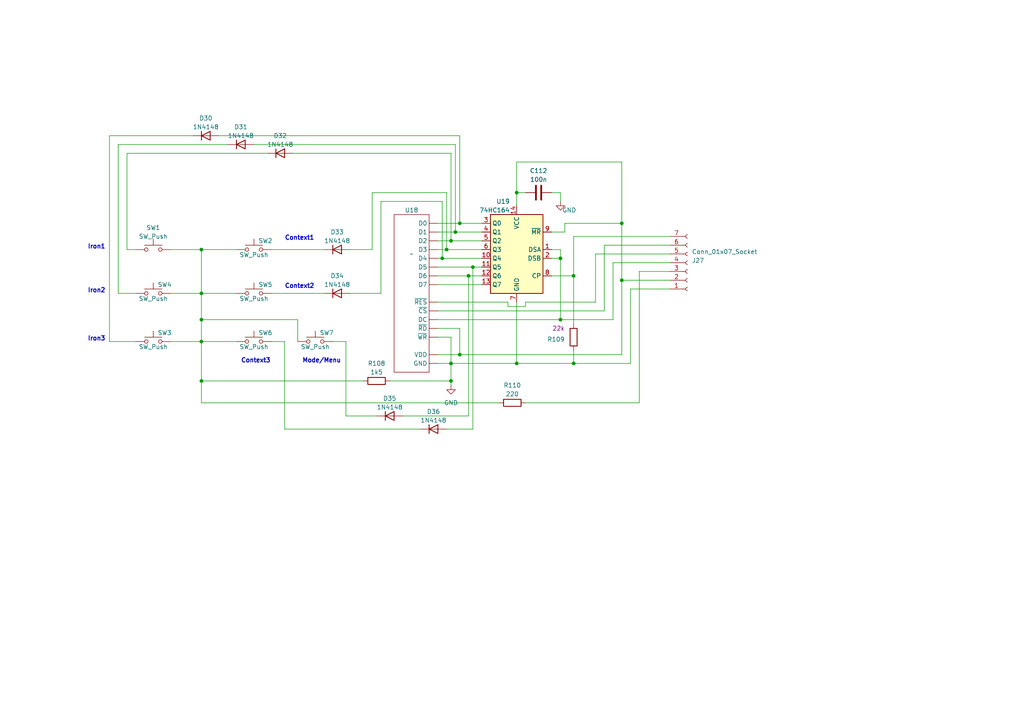
<source format=kicad_sch>
(kicad_sch (version 20230121) (generator eeschema)
  (paper "A4")
  (lib_symbols
    (symbol "74xx:74HC164"
      (property "Reference" "U" (at 1.905 -13.97 0))
      (property "Value" "74HC164" (at 1.905 -16.51 0))
      (symbol "74HC164_0_1"
        (rectangle (start 7.62 10.16) (end -7.62 -12.7) (stroke (width 0.254)) (fill (type background)))
      )
      (symbol "74HC164_1_1"
        (pin input line (at -10.16 0 0) (length 2.54) (name "DSA") (number "1"))
        (pin output line (at 10.16 -2.54 180) (length 2.54) (name "Q4") (number "10"))
        (pin output line (at 10.16 -5.08 180) (length 2.54) (name "Q5") (number "11"))
        (pin output line (at 10.16 -7.62 180) (length 2.54) (name "Q6") (number "12"))
        (pin output line (at 10.16 -10.16 180) (length 2.54) (name "Q7") (number "13"))
        (pin power_in line (at 0 12.7 270) (length 2.54) (name "VCC") (number "14"))
        (pin input line (at -10.16 -2.54 0) (length 2.54) (name "DSB") (number "2"))
        (pin output line (at 10.16 7.62 180) (length 2.54) (name "Q0") (number "3"))
        (pin output line (at 10.16 5.08 180) (length 2.54) (name "Q1") (number "4"))
        (pin output line (at 10.16 2.54 180) (length 2.54) (name "Q2") (number "5"))
        (pin output line (at 10.16 0 180) (length 2.54) (name "Q3") (number "6"))
        (pin power_in line (at 0 -15.24 90) (length 2.54) (name "GND") (number "7"))
        (pin input line (at -10.16 -7.62 0) (length 2.54) (name "CP") (number "8"))
        (pin input line (at -10.16 5.08 0) (length 2.54) (name "~{MR}") (number "9"))
      )
    )
    (symbol "Connector:Conn_01x07_Socket" (pin_names (offset 1.016) hide)
      (property "Reference" "J" (at 0 10.16 0))
      (property "Value" "Conn_01x07_Socket" (at 0 -10.16 0))
      (symbol "Conn_01x07_Socket_1_1"
        (arc (start 0 -7.112) (mid -0.5058 -7.62) (end 0 -8.128) (stroke (width 0.1524)))
        (arc (start 0 -4.572) (mid -0.5058 -5.08) (end 0 -5.588) (stroke (width 0.1524)))
        (arc (start 0 -2.032) (mid -0.5058 -2.54) (end 0 -3.048) (stroke (width 0.1524)))
        (polyline (pts (xy -1.27 -7.62) (xy -0.508 -7.62)) (stroke (width 0.1524)))
        (polyline (pts (xy -1.27 -5.08) (xy -0.508 -5.08)) (stroke (width 0.1524)))
        (polyline (pts (xy -1.27 -2.54) (xy -0.508 -2.54)) (stroke (width 0.1524)))
        (polyline (pts (xy -1.27 0) (xy -0.508 0)) (stroke (width 0.1524)))
        (polyline (pts (xy -1.27 2.54) (xy -0.508 2.54)) (stroke (width 0.1524)))
        (polyline (pts (xy -1.27 5.08) (xy -0.508 5.08)) (stroke (width 0.1524)))
        (polyline (pts (xy -1.27 7.62) (xy -0.508 7.62)) (stroke (width 0.1524)))
        (arc (start 0 0.508) (mid -0.5058 0) (end 0 -0.508) (stroke (width 0.1524)))
        (arc (start 0 3.048) (mid -0.5058 2.54) (end 0 2.032) (stroke (width 0.1524)))
        (arc (start 0 5.588) (mid -0.5058 5.08) (end 0 4.572) (stroke (width 0.1524)))
        (arc (start 0 8.128) (mid -0.5058 7.62) (end 0 7.112) (stroke (width 0.1524)))
        (pin passive line (at -5.08 7.62 0) (length 3.81) (name "Pin_1") (number "1"))
        (pin passive line (at -5.08 5.08 0) (length 3.81) (name "Pin_2") (number "2"))
        (pin passive line (at -5.08 2.54 0) (length 3.81) (name "Pin_3") (number "3"))
        (pin passive line (at -5.08 0 0) (length 3.81) (name "Pin_4") (number "4"))
        (pin passive line (at -5.08 -2.54 0) (length 3.81) (name "Pin_5") (number "5"))
        (pin passive line (at -5.08 -5.08 0) (length 3.81) (name "Pin_6") (number "6"))
        (pin passive line (at -5.08 -7.62 0) (length 3.81) (name "Pin_7") (number "7"))
      )
    )
    (symbol "Device:C" (pin_numbers hide) (pin_names (offset 0.254))
      (property "Reference" "C" (at 0.635 2.54 0))
      (property "Value" "C" (at 0.635 -2.54 0))
      (symbol "C_0_1"
        (polyline (pts (xy -2.032 -0.762) (xy 2.032 -0.762)) (stroke (width 0.508)))
        (polyline (pts (xy -2.032 0.762) (xy 2.032 0.762)) (stroke (width 0.508)))
      )
      (symbol "C_1_1"
        (pin passive line (at 0 3.81 270) (length 2.794) (name "~") (number "1"))
        (pin passive line (at 0 -3.81 90) (length 2.794) (name "~") (number "2"))
      )
    )
    (symbol "Device:R" (pin_numbers hide) (pin_names (offset 0))
      (property "Reference" "R" (at 2.032 0 90))
      (property "Value" "R" (at 0 0 90))
      (symbol "R_0_1"
        (rectangle (start -1.016 -2.54) (end 1.016 2.54) (stroke (width 0.254)))
      )
      (symbol "R_1_1"
        (pin passive line (at 0 3.81 270) (length 1.27) (name "~") (number "1"))
        (pin passive line (at 0 -3.81 90) (length 1.27) (name "~") (number "2"))
      )
    )
    (symbol "Diode:1N4148" (pin_numbers hide) (pin_names hide)
      (property "Reference" "D" (at 0 2.54 0))
      (property "Value" "1N4148" (at 0 -2.54 0))
      (symbol "1N4148_0_1"
        (polyline (pts (xy -1.27 1.27) (xy -1.27 -1.27)) (stroke (width 0.254)))
        (polyline (pts (xy 1.27 0) (xy -1.27 0)))
        (polyline (pts (xy 1.27 1.27) (xy 1.27 -1.27) (xy -1.27 0) (xy 1.27 1.27)) (stroke (width 0.254)))
      )
      (symbol "1N4148_1_1"
        (pin passive line (at -3.81 0 0) (length 2.54) (name "K") (number "1"))
        (pin passive line (at 3.81 0 180) (length 2.54) (name "A") (number "2"))
      )
    )
    (symbol "PCM_4ms_Resistor:22k_0603" (pin_numbers hide) (pin_names (offset 0))
      (property "Reference" "R" (at 2.032 0 90))
      (property "Display" "22k" (at 3.81 0 90))
      (symbol "22k_0603_0_1"
        (rectangle (start -1.016 -2.54) (end 1.016 2.54) (stroke (width 0.254)))
      )
      (symbol "22k_0603_1_1"
        (pin passive line (at 0 3.81 270) (length 1.27) (name "~") (number "1"))
        (pin passive line (at 0 -3.81 90) (length 1.27) (name "~") (number "2"))
      )
    )
    (symbol "Switch:SW_Push" (pin_numbers hide) (pin_names (offset 1.016) hide)
      (property "Reference" "SW" (at 1.27 2.54 0))
      (property "Value" "SW_Push" (at 0 -1.524 0))
      (symbol "SW_Push_0_1"
        (circle (center -2.032 0) (radius 0.508))
        (polyline (pts (xy 0 1.27) (xy 0 3.048)))
        (polyline (pts (xy 2.54 1.27) (xy -2.54 1.27)))
        (circle (center 2.032 0) (radius 0.508))
        (pin passive line (at -5.08 0 0) (length 2.54) (name "1") (number "1"))
        (pin passive line (at 5.08 0 180) (length 2.54) (name "2") (number "2"))
      )
    )
    (symbol "custom_symbols:S1D157xx"
      (property "Reference" "U" (at 0 6.35 0))
      (symbol "S1D157xx_0_1"
        (rectangle (start -5.08 17.78) (end 5.08 -27.94))
      )
      (symbol "S1D157xx_1_1"
        (pin input line (at 7.62 15.24 180) (length 2.54) (name "D0") (number ""))
        (pin input line (at 7.62 12.7 180) (length 2.54) (name "D1") (number ""))
        (pin input line (at 7.62 10.16 180) (length 2.54) (name "D2") (number ""))
        (pin input line (at 7.62 7.62 180) (length 2.54) (name "D3") (number ""))
        (pin input line (at 7.62 5.08 180) (length 2.54) (name "D4") (number ""))
        (pin input line (at 7.62 2.54 180) (length 2.54) (name "D5") (number ""))
        (pin input line (at 7.62 0 180) (length 2.54) (name "D6") (number ""))
        (pin input line (at 7.62 -2.54 180) (length 2.54) (name "D7") (number ""))
        (pin input line (at 7.62 -12.7 180) (length 2.54) (name "DC") (number ""))
        (pin power_in line (at 7.62 -25.4 180) (length 2.54) (name "GND") (number ""))
        (pin power_in line (at 7.62 -22.86 180) (length 2.54) (name "VDD") (number ""))
        (pin input line (at 7.62 -10.16 180) (length 2.54) (name "~{CS}") (number ""))
        (pin input line (at 7.62 -15.24 180) (length 2.54) (name "~{RD}") (number ""))
        (pin input line (at 7.62 -7.62 180) (length 2.54) (name "~{RES}") (number ""))
        (pin input line (at 7.62 -17.78 180) (length 2.54) (name "~{WR}") (number ""))
      )
    )
    (symbol "power:GND" (power) (pin_names (offset 0))
      (property "Value" "GND" (at 0 -3.81 0))
      (symbol "GND_0_1"
        (polyline (pts (xy 0 0) (xy 0 -1.27) (xy 1.27 -1.27) (xy 0 -2.54) (xy -1.27 -1.27) (xy 0 -1.27)))
      )
      (symbol "GND_1_1"
        (pin power_in line (at 0 0 270) (length 0) hide (name "GND") (number "1"))
      )
    )
  )
  (junction (at 128.27 74.93))
  (junction (at 135.89 80.01))
  (junction (at 58.42 92.71))
  (junction (at 58.42 99.06))
  (junction (at 58.42 85.09))
  (junction (at 149.86 55.88))
  (junction (at 149.86 105.41))
  (junction (at 162.56 92.71))
  (junction (at 132.08 67.31))
  (junction (at 133.35 102.87))
  (junction (at 58.42 110.49))
  (junction (at 130.81 110.49))
  (junction (at 58.42 72.39))
  (junction (at 137.16 77.47))
  (junction (at 180.34 64.77))
  (junction (at 130.81 69.85))
  (junction (at 180.34 81.28))
  (junction (at 166.37 105.41))
  (junction (at 133.35 64.77))
  (junction (at 130.81 105.41))
  (junction (at 162.56 74.93))
  (junction (at 166.37 80.01))
  (junction (at 129.54 72.39))
  (wire (pts (xy 127 92.71) (xy 162.56 92.71)))
  (wire (pts (xy 85.09 44.45) (xy 130.81 44.45)))
  (wire (pts (xy 31.75 99.06) (xy 39.37 99.06)))
  (wire (pts (xy 127 102.87) (xy 133.35 102.87)))
  (wire (pts (xy 185.42 116.84) (xy 185.42 78.74)))
  (wire (pts (xy 163.83 64.77) (xy 163.83 67.31)))
  (wire (pts (xy 129.54 55.88) (xy 129.54 72.39)))
  (wire (pts (xy 34.29 85.09) (xy 34.29 41.91)))
  (wire (pts (xy 130.81 44.45) (xy 130.81 69.85)))
  (wire (pts (xy 58.42 92.71) (xy 86.36 92.71)))
  (wire (pts (xy 149.86 46.99) (xy 180.34 46.99)))
  (wire (pts (xy 194.31 71.12) (xy 175.26 71.12)))
  (wire (pts (xy 166.37 68.58) (xy 194.31 68.58)))
  (wire (pts (xy 100.33 99.06) (xy 100.33 120.65)))
  (wire (pts (xy 162.56 55.88) (xy 162.56 58.42)))
  (wire (pts (xy 152.4 88.9) (xy 152.4 87.63)))
  (wire (pts (xy 127 97.79) (xy 130.81 97.79)))
  (wire (pts (xy 130.81 69.85) (xy 139.7 69.85)))
  (wire (pts (xy 96.52 99.06) (xy 100.33 99.06)))
  (wire (pts (xy 82.55 124.46) (xy 121.92 124.46)))
  (wire (pts (xy 127 64.77) (xy 133.35 64.77)))
  (wire (pts (xy 127 105.41) (xy 130.81 105.41)))
  (wire (pts (xy 127 74.93) (xy 128.27 74.93)))
  (wire (pts (xy 34.29 41.91) (xy 66.04 41.91)))
  (wire (pts (xy 129.54 72.39) (xy 139.7 72.39)))
  (wire (pts (xy 127 82.55) (xy 139.7 82.55)))
  (wire (pts (xy 132.08 41.91) (xy 132.08 67.31)))
  (wire (pts (xy 36.83 44.45) (xy 77.47 44.45)))
  (wire (pts (xy 49.53 99.06) (xy 58.42 99.06)))
  (wire (pts (xy 107.95 72.39) (xy 107.95 55.88)))
  (wire (pts (xy 180.34 46.99) (xy 180.34 64.77)))
  (wire (pts (xy 58.42 85.09) (xy 68.58 85.09)))
  (wire (pts (xy 68.58 72.39) (xy 58.42 72.39)))
  (wire (pts (xy 180.34 64.77) (xy 180.34 81.28)))
  (wire (pts (xy 127 77.47) (xy 137.16 77.47)))
  (wire (pts (xy 39.37 72.39) (xy 36.83 72.39)))
  (wire (pts (xy 137.16 77.47) (xy 137.16 124.46)))
  (wire (pts (xy 133.35 95.25) (xy 133.35 102.87)))
  (wire (pts (xy 86.36 99.06) (xy 86.36 92.71)))
  (wire (pts (xy 147.32 87.63) (xy 147.32 88.9)))
  (wire (pts (xy 116.84 120.65) (xy 135.89 120.65)))
  (wire (pts (xy 160.02 80.01) (xy 166.37 80.01)))
  (wire (pts (xy 39.37 85.09) (xy 34.29 85.09)))
  (wire (pts (xy 166.37 80.01) (xy 166.37 93.98)))
  (wire (pts (xy 163.83 67.31) (xy 160.02 67.31)))
  (wire (pts (xy 172.72 87.63) (xy 172.72 73.66)))
  (wire (pts (xy 58.42 116.84) (xy 144.78 116.84)))
  (wire (pts (xy 101.6 85.09) (xy 110.49 85.09)))
  (wire (pts (xy 63.5 39.37) (xy 133.35 39.37)))
  (wire (pts (xy 182.88 83.82) (xy 182.88 105.41)))
  (wire (pts (xy 130.81 105.41) (xy 130.81 110.49)))
  (wire (pts (xy 177.8 76.2) (xy 177.8 92.71)))
  (wire (pts (xy 172.72 73.66) (xy 194.31 73.66)))
  (wire (pts (xy 149.86 46.99) (xy 149.86 55.88)))
  (wire (pts (xy 110.49 85.09) (xy 110.49 58.42)))
  (wire (pts (xy 180.34 81.28) (xy 180.34 102.87)))
  (wire (pts (xy 133.35 102.87) (xy 180.34 102.87)))
  (wire (pts (xy 127 90.17) (xy 175.26 90.17)))
  (wire (pts (xy 152.4 55.88) (xy 149.86 55.88)))
  (wire (pts (xy 149.86 105.41) (xy 130.81 105.41)))
  (wire (pts (xy 58.42 85.09) (xy 58.42 92.71)))
  (wire (pts (xy 58.42 92.71) (xy 58.42 99.06)))
  (wire (pts (xy 162.56 74.93) (xy 162.56 92.71)))
  (wire (pts (xy 31.75 99.06) (xy 31.75 39.37)))
  (wire (pts (xy 78.74 99.06) (xy 82.55 99.06)))
  (wire (pts (xy 152.4 116.84) (xy 185.42 116.84)))
  (wire (pts (xy 163.83 64.77) (xy 180.34 64.77)))
  (wire (pts (xy 162.56 92.71) (xy 177.8 92.71)))
  (wire (pts (xy 182.88 83.82) (xy 194.31 83.82)))
  (wire (pts (xy 129.54 124.46) (xy 137.16 124.46)))
  (wire (pts (xy 160.02 55.88) (xy 162.56 55.88)))
  (wire (pts (xy 160.02 72.39) (xy 162.56 72.39)))
  (wire (pts (xy 127 87.63) (xy 147.32 87.63)))
  (wire (pts (xy 162.56 72.39) (xy 162.56 74.93)))
  (wire (pts (xy 147.32 88.9) (xy 152.4 88.9)))
  (wire (pts (xy 166.37 101.6) (xy 166.37 105.41)))
  (wire (pts (xy 101.6 72.39) (xy 107.95 72.39)))
  (wire (pts (xy 31.75 39.37) (xy 55.88 39.37)))
  (wire (pts (xy 58.42 99.06) (xy 68.58 99.06)))
  (wire (pts (xy 135.89 80.01) (xy 135.89 120.65)))
  (wire (pts (xy 58.42 110.49) (xy 105.41 110.49)))
  (wire (pts (xy 127 69.85) (xy 130.81 69.85)))
  (wire (pts (xy 149.86 87.63) (xy 149.86 105.41)))
  (wire (pts (xy 132.08 67.31) (xy 139.7 67.31)))
  (wire (pts (xy 133.35 39.37) (xy 133.35 64.77)))
  (wire (pts (xy 162.56 74.93) (xy 160.02 74.93)))
  (wire (pts (xy 180.34 81.28) (xy 194.31 81.28)))
  (wire (pts (xy 127 80.01) (xy 135.89 80.01)))
  (wire (pts (xy 49.53 72.39) (xy 58.42 72.39)))
  (wire (pts (xy 130.81 97.79) (xy 130.81 105.41)))
  (wire (pts (xy 58.42 110.49) (xy 58.42 116.84)))
  (wire (pts (xy 130.81 110.49) (xy 130.81 111.76)))
  (wire (pts (xy 137.16 77.47) (xy 139.7 77.47)))
  (wire (pts (xy 100.33 120.65) (xy 109.22 120.65)))
  (wire (pts (xy 194.31 76.2) (xy 177.8 76.2)))
  (wire (pts (xy 107.95 55.88) (xy 129.54 55.88)))
  (wire (pts (xy 175.26 71.12) (xy 175.26 90.17)))
  (wire (pts (xy 58.42 72.39) (xy 58.42 85.09)))
  (wire (pts (xy 58.42 99.06) (xy 58.42 110.49)))
  (wire (pts (xy 185.42 78.74) (xy 194.31 78.74)))
  (wire (pts (xy 78.74 85.09) (xy 93.98 85.09)))
  (wire (pts (xy 78.74 72.39) (xy 93.98 72.39)))
  (wire (pts (xy 135.89 80.01) (xy 139.7 80.01)))
  (wire (pts (xy 166.37 105.41) (xy 182.88 105.41)))
  (wire (pts (xy 49.53 85.09) (xy 58.42 85.09)))
  (wire (pts (xy 73.66 41.91) (xy 132.08 41.91)))
  (wire (pts (xy 127 67.31) (xy 132.08 67.31)))
  (wire (pts (xy 82.55 99.06) (xy 82.55 124.46)))
  (wire (pts (xy 36.83 72.39) (xy 36.83 44.45)))
  (wire (pts (xy 152.4 87.63) (xy 172.72 87.63)))
  (wire (pts (xy 128.27 74.93) (xy 139.7 74.93)))
  (wire (pts (xy 133.35 64.77) (xy 139.7 64.77)))
  (wire (pts (xy 110.49 58.42) (xy 128.27 58.42)))
  (wire (pts (xy 149.86 55.88) (xy 149.86 59.69)))
  (wire (pts (xy 166.37 68.58) (xy 166.37 80.01)))
  (wire (pts (xy 113.03 110.49) (xy 130.81 110.49)))
  (wire (pts (xy 127 72.39) (xy 129.54 72.39)))
  (wire (pts (xy 149.86 105.41) (xy 166.37 105.41)))
  (wire (pts (xy 127 95.25) (xy 133.35 95.25)))
  (wire (pts (xy 128.27 58.42) (xy 128.27 74.93)))
  (text "Context2" (at 82.55 83.82 0) (effects (font (size 1.27 1.27) (thickness 0.254) bold) (justify left bottom)))
  (text "Context3" (at 69.85 105.41 0) (effects (font (size 1.27 1.27) (thickness 0.254) bold) (justify left bottom)))
  (text "Iron1" (at 25.4 72.39 0) (effects (font (size 1.27 1.27) (thickness 0.254) bold) (justify left bottom)))
  (text "Iron3" (at 25.4 99.06 0) (effects (font (size 1.27 1.27) (thickness 0.254) bold) (justify left bottom)))
  (text "Context1" (at 82.55 69.85 0) (effects (font (size 1.27 1.27) (thickness 0.254) bold) (justify left bottom)))
  (text "Iron2" (at 25.4 85.09 0) (effects (font (size 1.27 1.27) (thickness 0.254) bold) (justify left bottom)))
  (text "Mode/Menu" (at 87.63 105.41 0) (effects (font (size 1.27 1.27) (thickness 0.254) bold) (justify left bottom)))
  (symbol (lib_id "Connector:Conn_01x07_Socket") (at 199.39 76.2 0) (mirror x) (unit 1)
    (property "Reference" "J27" (at 200.66 75.565 0) (effects (justify left)))
    (property "Value" "Conn_01x07_Socket" (at 200.66 73.025 0) (effects (justify left)))
  )
  (symbol (lib_id "Device:R") (at 109.22 110.49 90) (unit 1)
    (property "Reference" "R108" (at 109.22 105.41 90))
    (property "Value" "1k5" (at 109.22 107.95 90))
  )
  (symbol (lib_id "Switch:SW_Push") (at 44.45 99.06 0) (unit 1)
    (property "Reference" "SW3" (at 45.72 96.52 0) (effects (justify left)))
    (property "Value" "SW_Push" (at 44.45 100.584 0))
  )
  (symbol (lib_id "Switch:SW_Push") (at 73.66 85.09 0) (unit 1)
    (property "Reference" "SW5" (at 74.93 82.55 0) (effects (justify left)))
    (property "Value" "SW_Push" (at 73.66 86.614 0))
  )
  (symbol (lib_id "Switch:SW_Push") (at 91.44 99.06 0) (unit 1)
    (property "Reference" "SW7" (at 92.71 96.52 0) (effects (justify left)))
    (property "Value" "SW_Push" (at 91.44 100.584 0))
  )
  (symbol (lib_id "Device:R") (at 148.59 116.84 90) (unit 1)
    (property "Reference" "R110" (at 148.59 111.76 90))
    (property "Value" "220" (at 148.59 114.3 90))
    (property "Footprint" "Resistor_SMD:R_0805_2012Metric_Pad1.20x1.40mm_HandSolder" (effects hide))
  )
  (symbol (lib_id "74xx:74HC164") (at 149.86 72.39 0) (mirror y) (unit 1)
    (property "Reference" "U19" (at 147.9041 58.42 0) (effects (justify left)))
    (property "Value" "74HC164" (at 147.9041 60.96 0) (effects (justify left)))
    (property "Datasheet" "https://assets.nexperia.com/documents/data-sheet/74HC_HCT164.pdf" (effects hide))
  )
  (symbol (lib_id "Diode:1N4148") (at 69.85 41.91 0) (unit 1)
    (property "Reference" "D31" (at 69.85 36.83 0))
    (property "Value" "1N4148" (at 69.85 39.37 0))
    (property "Footprint" "Diode_THT:D_DO-35_SOD27_P7.62mm_Horizontal" (effects hide))
    (property "Datasheet" "https://assets.nexperia.com/documents/data-sheet/1N4148_1N4448.pdf" (effects hide))
    (property "Sim.Device" "D" (effects hide))
    (property "Sim.Pins" "1=K 2=A" (effects hide))
  )
  (symbol (lib_id "Diode:1N4148") (at 113.03 120.65 0) (unit 1)
    (property "Reference" "D35" (at 113.03 115.57 0))
    (property "Value" "1N4148" (at 113.03 118.11 0))
    (property "Footprint" "Diode_THT:D_DO-35_SOD27_P7.62mm_Horizontal" (effects hide))
    (property "Datasheet" "https://assets.nexperia.com/documents/data-sheet/1N4148_1N4448.pdf" (effects hide))
    (property "Sim.Device" "D" (effects hide))
    (property "Sim.Pins" "1=K 2=A" (effects hide))
  )
  (symbol (lib_id "Diode:1N4148") (at 125.73 124.46 0) (unit 1)
    (property "Reference" "D36" (at 125.73 119.38 0))
    (property "Value" "1N4148" (at 125.73 121.92 0))
    (property "Footprint" "Diode_THT:D_DO-35_SOD27_P7.62mm_Horizontal" (effects hide))
    (property "Datasheet" "https://assets.nexperia.com/documents/data-sheet/1N4148_1N4448.pdf" (effects hide))
    (property "Sim.Device" "D" (effects hide))
    (property "Sim.Pins" "1=K 2=A" (effects hide))
  )
  (symbol (lib_id "Diode:1N4148") (at 97.79 85.09 0) (unit 1)
    (property "Reference" "D34" (at 97.79 80.01 0))
    (property "Value" "1N4148" (at 97.79 82.55 0))
    (property "Footprint" "Diode_THT:D_DO-35_SOD27_P7.62mm_Horizontal" (effects hide))
    (property "Datasheet" "https://assets.nexperia.com/documents/data-sheet/1N4148_1N4448.pdf" (effects hide))
    (property "Sim.Device" "D" (effects hide))
    (property "Sim.Pins" "1=K 2=A" (effects hide))
  )
  (symbol (lib_id "PCM_4ms_Resistor:22k_0603") (at 166.37 97.79 180) (unit 1)
    (property "Reference" "R109" (at 163.83 98.425 0) (effects (justify left)))
    (property "Value" "22k_0603" (effects hide))
    (property "Footprint" "Resistor_SMD:R_0805_2012Metric_Pad1.20x1.40mm_HandSolder" (effects hide))
    (property "Specifications" "22K, 1%, 1/10W, 0603" (effects hide))
    (property "Manufacturer" "Yageo" (effects hide))
    (property "Part Number" "RC0603FR-0722KL" (effects hide))
    (property "Display" "22k" (at 163.83 95.25 0) (effects (justify left)))
    (property "JLCPCB ID" "C31850" (effects hide))
  )
  (symbol (lib_id "Switch:SW_Push") (at 73.66 99.06 0) (unit 1)
    (property "Reference" "SW6" (at 74.93 96.52 0) (effects (justify left)))
    (property "Value" "SW_Push" (at 73.66 100.584 0))
  )
  (symbol (lib_id "Diode:1N4148") (at 97.79 72.39 0) (unit 1)
    (property "Reference" "D33" (at 97.79 67.31 0))
    (property "Value" "1N4148" (at 97.79 69.85 0))
    (property "Footprint" "Diode_THT:D_DO-35_SOD27_P7.62mm_Horizontal" (effects hide))
    (property "Datasheet" "https://assets.nexperia.com/documents/data-sheet/1N4148_1N4448.pdf" (effects hide))
    (property "Sim.Device" "D" (effects hide))
    (property "Sim.Pins" "1=K 2=A" (effects hide))
  )
  (symbol (lib_id "Diode:1N4148") (at 81.28 44.45 0) (unit 1)
    (property "Reference" "D32" (at 81.28 39.37 0))
    (property "Value" "1N4148" (at 81.28 41.91 0))
    (property "Footprint" "Diode_THT:D_DO-35_SOD27_P7.62mm_Horizontal" (effects hide))
    (property "Datasheet" "https://assets.nexperia.com/documents/data-sheet/1N4148_1N4448.pdf" (effects hide))
    (property "Sim.Device" "D" (effects hide))
    (property "Sim.Pins" "1=K 2=A" (effects hide))
  )
  (symbol (lib_id "Switch:SW_Push") (at 73.66 72.39 0) (unit 1)
    (property "Reference" "SW2" (at 74.93 69.85 0) (effects (justify left)))
    (property "Value" "SW_Push" (at 73.66 73.914 0))
  )
  (symbol (lib_id "Device:C") (at 156.21 55.88 90) (unit 1)
    (property "Reference" "C112" (at 156.21 49.53 90))
    (property "Value" "100n" (at 156.21 52.07 90))
    (property "Footprint" "Capacitor_SMD:C_0805_2012Metric_Pad1.18x1.45mm_HandSolder" (effects hide))
  )
  (symbol (lib_id "Switch:SW_Push") (at 44.45 85.09 0) (unit 1)
    (property "Reference" "SW4" (at 45.72 82.55 0) (effects (justify left)))
    (property "Value" "SW_Push" (at 44.45 86.614 0))
  )
  (symbol (lib_id "Diode:1N4148") (at 59.69 39.37 0) (unit 1)
    (property "Reference" "D30" (at 59.69 34.29 0))
    (property "Value" "1N4148" (at 59.69 36.83 0))
    (property "Footprint" "Diode_THT:D_DO-35_SOD27_P7.62mm_Horizontal" (effects hide))
    (property "Datasheet" "https://assets.nexperia.com/documents/data-sheet/1N4148_1N4448.pdf" (effects hide))
    (property "Sim.Device" "D" (effects hide))
    (property "Sim.Pins" "1=K 2=A" (effects hide))
  )
  (symbol (lib_id "power:GND") (at 130.81 111.76 0) (unit 1)
    (property "Reference" "#PWR0117" (effects hide))
    (property "Value" "GND" (at 130.81 116.84 0))
  )
  (symbol (lib_id "custom_symbols:S1D157xx") (at 119.38 80.01 0) (unit 1)
    (property "Reference" "U18" (at 119.38 60.96 0))
    (property "Value" "~" (at 119.38 73.66 0))
  )
  (symbol (lib_id "Switch:SW_Push") (at 44.45 72.39 0) (unit 1)
    (property "Reference" "SW1" (at 44.45 66.04 0))
    (property "Value" "SW_Push" (at 44.45 68.58 0))
  )
  (symbol (lib_id "power:GND") (at 162.56 58.42 0) (unit 1)
    (property "Reference" "#PWR0118" (effects hide))
    (property "Value" "GND" (at 165.1 60.96 0))
  )
)
</source>
